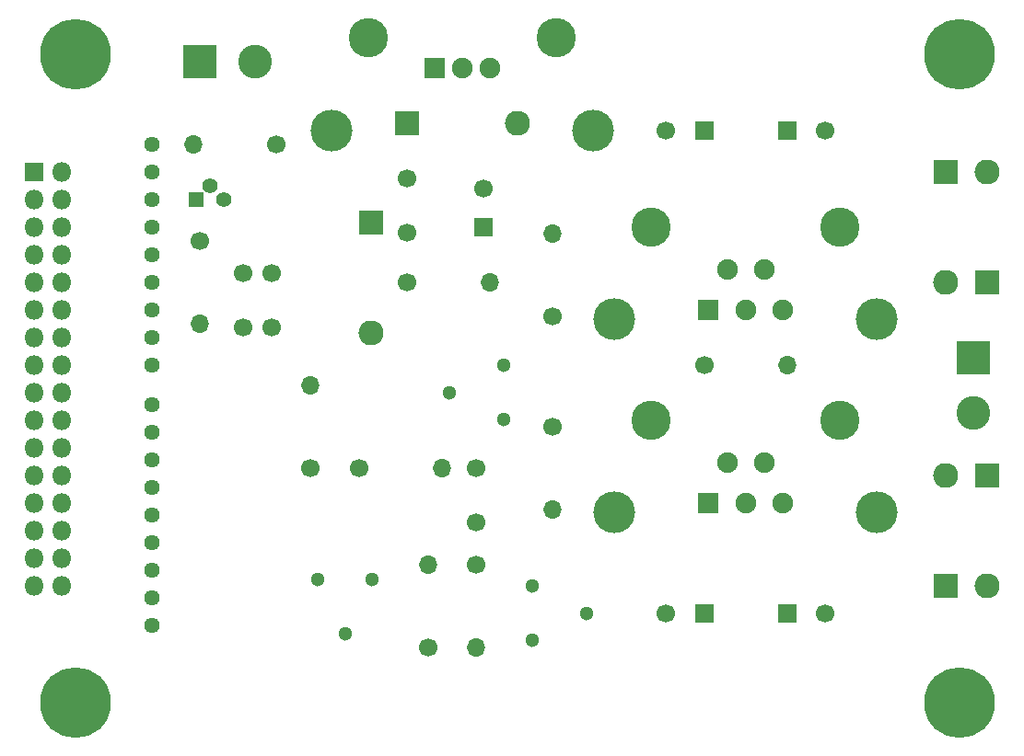
<source format=gbr>
%TF.GenerationSoftware,KiCad,Pcbnew,(5.1.6)-1*%
%TF.CreationDate,2021-05-27T20:40:55-04:00*%
%TF.ProjectId,MirrorDeflectionDriver,4d697272-6f72-4446-9566-6c656374696f,rev?*%
%TF.SameCoordinates,Original*%
%TF.FileFunction,Soldermask,Bot*%
%TF.FilePolarity,Negative*%
%FSLAX46Y46*%
G04 Gerber Fmt 4.6, Leading zero omitted, Abs format (unit mm)*
G04 Created by KiCad (PCBNEW (5.1.6)-1) date 2021-05-27 20:40:55*
%MOMM*%
%LPD*%
G01*
G04 APERTURE LIST*
%ADD10O,2.300000X2.300000*%
%ADD11R,2.300000X2.300000*%
%ADD12C,6.500000*%
%ADD13R,1.400000X1.400000*%
%ADD14C,1.400000*%
%ADD15O,1.800000X1.800000*%
%ADD16R,1.800000X1.800000*%
%ADD17O,1.900000X1.900000*%
%ADD18R,1.900000X1.900000*%
%ADD19C,3.850000*%
%ADD20C,3.615000*%
%ADD21C,1.440000*%
%ADD22C,1.300000*%
%ADD23O,1.700000X1.700000*%
%ADD24C,1.700000*%
%ADD25C,3.100000*%
%ADD26R,3.100000X3.100000*%
%ADD27R,1.700000X1.700000*%
G04 APERTURE END LIST*
D10*
%TO.C,D2*%
X136398000Y-96774000D03*
D11*
X136398000Y-86614000D03*
%TD*%
D12*
%TO.C,REF\u002A\u002A*%
X109220000Y-130810000D03*
%TD*%
%TO.C,REF\u002A\u002A*%
X190500000Y-130810000D03*
%TD*%
%TO.C,REF\u002A\u002A*%
X190500000Y-71120000D03*
%TD*%
%TO.C,REF\u002A\u002A*%
X109220000Y-71120000D03*
%TD*%
D13*
%TO.C,U2*%
X120269000Y-84455000D03*
D14*
X122809000Y-84455000D03*
X121539000Y-83185000D03*
%TD*%
D15*
%TO.C,J2*%
X107950000Y-120015000D03*
X105410000Y-120015000D03*
X107950000Y-117475000D03*
X105410000Y-117475000D03*
X107950000Y-114935000D03*
X105410000Y-114935000D03*
X107950000Y-112395000D03*
X105410000Y-112395000D03*
X107950000Y-109855000D03*
X105410000Y-109855000D03*
X107950000Y-107315000D03*
X105410000Y-107315000D03*
X107950000Y-104775000D03*
X105410000Y-104775000D03*
X107950000Y-102235000D03*
X105410000Y-102235000D03*
X107950000Y-99695000D03*
X105410000Y-99695000D03*
X107950000Y-97155000D03*
X105410000Y-97155000D03*
X107950000Y-94615000D03*
X105410000Y-94615000D03*
X107950000Y-92075000D03*
X105410000Y-92075000D03*
X107950000Y-89535000D03*
X105410000Y-89535000D03*
X107950000Y-86995000D03*
X105410000Y-86995000D03*
X107950000Y-84455000D03*
X105410000Y-84455000D03*
X107950000Y-81915000D03*
D16*
X105410000Y-81915000D03*
%TD*%
D17*
%TO.C,U7*%
X174215000Y-112395000D03*
X172515000Y-108695000D03*
X170815000Y-112395000D03*
X169115000Y-108695000D03*
D18*
X167415000Y-112395000D03*
%TD*%
D17*
%TO.C,U6*%
X174215000Y-94615000D03*
X172515000Y-90915000D03*
X170815000Y-94615000D03*
X169115000Y-90915000D03*
D18*
X167415000Y-94615000D03*
%TD*%
D19*
%TO.C,U5*%
X158750000Y-95495000D03*
X182850000Y-95495000D03*
D20*
X162150000Y-86995000D03*
X179450000Y-86995000D03*
%TD*%
D19*
%TO.C,U4*%
X158750000Y-113275000D03*
X182850000Y-113275000D03*
D20*
X162150000Y-104775000D03*
X179450000Y-104775000D03*
%TD*%
D19*
%TO.C,U3*%
X132715000Y-78105000D03*
X156815000Y-78105000D03*
D20*
X136115000Y-69605000D03*
X153415000Y-69605000D03*
%TD*%
D17*
%TO.C,U1*%
X147320000Y-72390000D03*
X144780000Y-72390000D03*
D18*
X142240000Y-72390000D03*
%TD*%
D21*
%TO.C,RN2*%
X116205000Y-99695000D03*
X116205000Y-97155000D03*
X116205000Y-94615000D03*
X116205000Y-92075000D03*
X116205000Y-89535000D03*
X116205000Y-86995000D03*
X116205000Y-84455000D03*
X116205000Y-81915000D03*
X116205000Y-79375000D03*
%TD*%
%TO.C,RN1*%
X116205000Y-103378000D03*
X116205000Y-105918000D03*
X116205000Y-108458000D03*
X116205000Y-110998000D03*
X116205000Y-113538000D03*
X116205000Y-116078000D03*
X116205000Y-118618000D03*
X116205000Y-121158000D03*
X116205000Y-123698000D03*
%TD*%
D22*
%TO.C,R13*%
X151210000Y-125055000D03*
X156210000Y-122555000D03*
X151210000Y-120055000D03*
%TD*%
D23*
%TO.C,R12*%
X174625000Y-99695000D03*
D24*
X167005000Y-99695000D03*
%TD*%
D23*
%TO.C,R11*%
X153035000Y-113030000D03*
D24*
X153035000Y-105410000D03*
%TD*%
D23*
%TO.C,R10*%
X153035000Y-87630000D03*
D24*
X153035000Y-95250000D03*
%TD*%
D22*
%TO.C,R9*%
X148550000Y-99735000D03*
X143550000Y-102235000D03*
X148550000Y-104735000D03*
%TD*%
D23*
%TO.C,R8*%
X142875000Y-109220000D03*
D24*
X135255000Y-109220000D03*
%TD*%
D23*
%TO.C,R7*%
X146050000Y-125730000D03*
D24*
X146050000Y-118110000D03*
%TD*%
D23*
%TO.C,R6*%
X141605000Y-118110000D03*
D24*
X141605000Y-125730000D03*
%TD*%
D23*
%TO.C,R5*%
X130810000Y-101600000D03*
D24*
X130810000Y-109220000D03*
%TD*%
D22*
%TO.C,R4*%
X131485000Y-119420000D03*
X133985000Y-124420000D03*
X136485000Y-119420000D03*
%TD*%
D23*
%TO.C,R3*%
X120650000Y-95885000D03*
D24*
X120650000Y-88265000D03*
%TD*%
D23*
%TO.C,R2*%
X120015000Y-79375000D03*
D24*
X127635000Y-79375000D03*
%TD*%
D23*
%TO.C,R1*%
X147320000Y-92075000D03*
D24*
X139700000Y-92075000D03*
%TD*%
D25*
%TO.C,J3*%
X191770000Y-104140000D03*
D26*
X191770000Y-99060000D03*
%TD*%
D25*
%TO.C,J1*%
X125730000Y-71755000D03*
D26*
X120650000Y-71755000D03*
%TD*%
D10*
%TO.C,D6*%
X193040000Y-120015000D03*
D11*
X193040000Y-109855000D03*
%TD*%
D10*
%TO.C,D5*%
X189230000Y-109855000D03*
D11*
X189230000Y-120015000D03*
%TD*%
D10*
%TO.C,D4*%
X193040000Y-81915000D03*
D11*
X193040000Y-92075000D03*
%TD*%
D10*
%TO.C,D3*%
X189230000Y-92075000D03*
D11*
X189230000Y-81915000D03*
%TD*%
D10*
%TO.C,D1*%
X149860000Y-77470000D03*
D11*
X139700000Y-77470000D03*
%TD*%
D24*
%TO.C,C9*%
X146050000Y-114220000D03*
X146050000Y-109220000D03*
%TD*%
%TO.C,C8*%
X124587000Y-91266000D03*
X124587000Y-96266000D03*
%TD*%
%TO.C,C7*%
X127254000Y-91266000D03*
X127254000Y-96266000D03*
%TD*%
%TO.C,C6*%
X163505000Y-78105000D03*
D27*
X167005000Y-78105000D03*
%TD*%
D24*
%TO.C,C5*%
X146685000Y-83495000D03*
D27*
X146685000Y-86995000D03*
%TD*%
D24*
%TO.C,C4*%
X163505000Y-122555000D03*
D27*
X167005000Y-122555000D03*
%TD*%
D24*
%TO.C,C3*%
X139700000Y-82550000D03*
X139700000Y-87550000D03*
%TD*%
%TO.C,C2*%
X178125000Y-78105000D03*
D27*
X174625000Y-78105000D03*
%TD*%
D24*
%TO.C,C1*%
X178125000Y-122555000D03*
D27*
X174625000Y-122555000D03*
%TD*%
M02*

</source>
